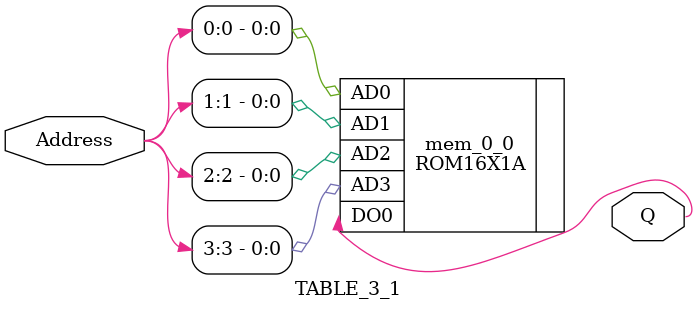
<source format=v>
/* Verilog netlist generated by SCUBA Diamond (64-bit) 3.11.2.446 */
/* Module Version: 2.8 */
/* /usr/local/diamond/3.11_x64/ispfpga/bin/lin64/scuba -w -n TABLE_3_1 -lang verilog -synth lse -bus_exp 7 -bb -arch xo2c00 -type rom -addr_width 4 -num_rows 16 -data_width 1 -outdata UNREGISTERED -memfile /home/brane2/LATT_DEMO_PROJ/LOUD_BOX/TABLE_3_1.mem -memformat hex  */
/* Sat Jun 20 17:28:22 2020 */


`timescale 1 ns / 1 ps
module TABLE_3_1 (Address, Q)/* synthesis NGD_DRC_MASK=1 */;
    input wire [3:0] Address;
    output wire [0:0] Q;


    defparam mem_0_0.initval =  16'h0117 ;
    ROM16X1A mem_0_0 (.AD3(Address[3]), .AD2(Address[2]), .AD1(Address[1]), 
        .AD0(Address[0]), .DO0(Q[0]));



    // exemplar begin
    // exemplar end

endmodule

</source>
